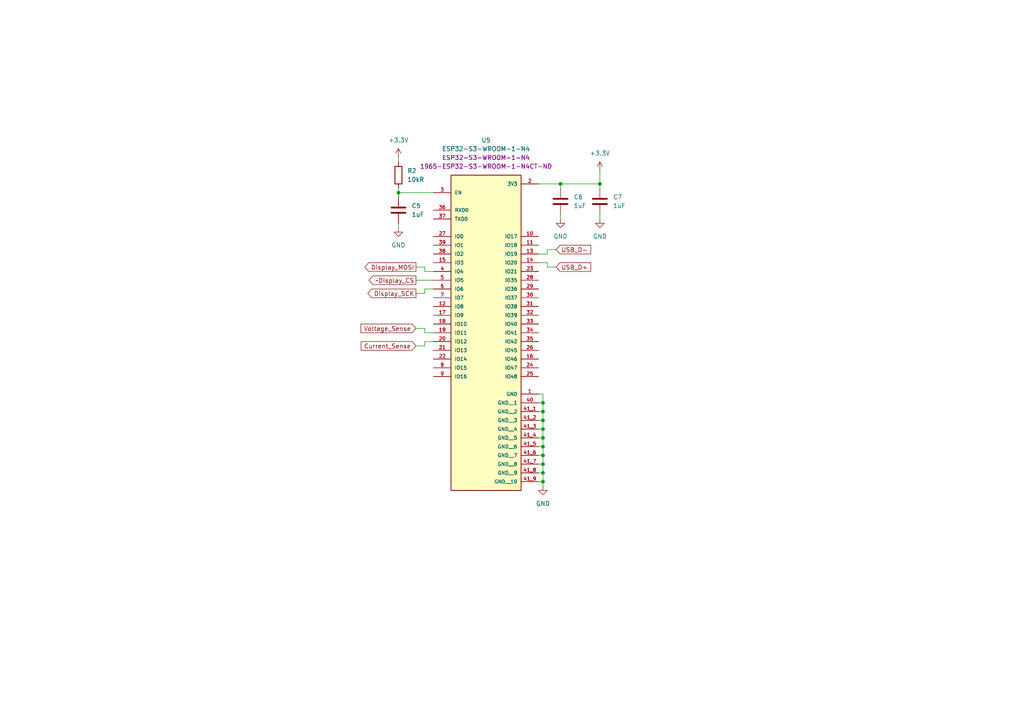
<source format=kicad_sch>
(kicad_sch (version 20230121) (generator eeschema)
  (paper "A4")
  (title_block (title "Adjustable Power Supply") (date "2024-01-11"))
  (lib_symbols
    (symbol "Adjustable_Power_Suppy:ESP32-S3-WROOM-1-N4" (pin_names (offset 1.016))
      (property "Reference" "U" (at -10.16 34.1122 0))
      (property "Value" "ESP32-S3-WROOM-1-N4" (at -10.16 -60.96 0))
      (property "MPN" "ESP32-S3-WROOM-1-N4" (at 0 0 0))
      (property "Digikey PN" "1965-ESP32-S3-WROOM-1-N4CT-ND" (at 0 0 0))
      (symbol "ESP32-S3-WROOM-1-N4_0_0"
        (rectangle (start -10.16 -58.42) (end 10.16 33.02) (stroke (width 0.254)) (fill (type background)))
        (pin power_in line (at 15.24 -30.48 180) (length 5.08) (name "GND") (number "1"))
        (pin bidirectional line (at 15.24 15.24 180) (length 5.08) (name "IO17") (number "10"))
        (pin bidirectional line (at 15.24 12.7 180) (length 5.08) (name "IO18") (number "11"))
        (pin bidirectional line (at -15.24 -5.08 0) (length 5.08) (name "IO8") (number "12"))
        (pin bidirectional line (at 15.24 10.16 180) (length 5.08) (name "IO19") (number "13"))
        (pin bidirectional line (at 15.24 7.62 180) (length 5.08) (name "IO20") (number "14"))
        (pin bidirectional line (at -15.24 7.62 0) (length 5.08) (name "IO3") (number "15"))
        (pin bidirectional line (at 15.24 -20.32 180) (length 5.08) (name "IO46") (number "16"))
        (pin bidirectional line (at -15.24 -7.62 0) (length 5.08) (name "IO9") (number "17"))
        (pin bidirectional line (at -15.24 -10.16 0) (length 5.08) (name "IO10") (number "18"))
        (pin bidirectional line (at -15.24 -12.7 0) (length 5.08) (name "IO11") (number "19"))
        (pin power_in line (at 15.24 30.48 180) (length 5.08) (name "3V3") (number "2"))
        (pin bidirectional line (at -15.24 -15.24 0) (length 5.08) (name "IO12") (number "20"))
        (pin bidirectional line (at -15.24 -17.78 0) (length 5.08) (name "IO13") (number "21"))
        (pin bidirectional line (at -15.24 -20.32 0) (length 5.08) (name "IO14") (number "22"))
        (pin bidirectional line (at 15.24 5.08 180) (length 5.08) (name "IO21") (number "23"))
        (pin bidirectional line (at 15.24 -22.86 180) (length 5.08) (name "IO47") (number "24"))
        (pin bidirectional line (at 15.24 -25.4 180) (length 5.08) (name "IO48") (number "25"))
        (pin bidirectional line (at 15.24 -17.78 180) (length 5.08) (name "IO45") (number "26"))
        (pin bidirectional line (at -15.24 15.24 0) (length 5.08) (name "IO0") (number "27"))
        (pin bidirectional line (at 15.24 2.54 180) (length 5.08) (name "IO35") (number "28"))
        (pin bidirectional line (at 15.24 0 180) (length 5.08) (name "IO36") (number "29"))
        (pin input line (at -15.24 27.94 0) (length 5.08) (name "EN") (number "3"))
        (pin bidirectional line (at 15.24 -2.54 180) (length 5.08) (name "IO37") (number "30"))
        (pin bidirectional line (at 15.24 -5.08 180) (length 5.08) (name "IO38") (number "31"))
        (pin bidirectional line (at 15.24 -7.62 180) (length 5.08) (name "IO39") (number "32"))
        (pin bidirectional line (at 15.24 -10.16 180) (length 5.08) (name "IO40") (number "33"))
        (pin bidirectional line (at 15.24 -12.7 180) (length 5.08) (name "IO41") (number "34"))
        (pin bidirectional line (at 15.24 -15.24 180) (length 5.08) (name "IO42") (number "35"))
        (pin bidirectional line (at -15.24 22.86 0) (length 5.08) (name "RXD0") (number "36"))
        (pin bidirectional line (at -15.24 20.32 0) (length 5.08) (name "TXD0") (number "37"))
        (pin bidirectional line (at -15.24 10.16 0) (length 5.08) (name "IO2") (number "38"))
        (pin bidirectional line (at -15.24 12.7 0) (length 5.08) (name "IO1") (number "39"))
        (pin bidirectional line (at -15.24 5.08 0) (length 5.08) (name "IO4") (number "4"))
        (pin power_in line (at 15.24 -33.02 180) (length 5.08) (name "GND__1") (number "40"))
        (pin power_in line (at 15.24 -35.56 180) (length 5.08) (name "GND__2") (number "41_1"))
        (pin power_in line (at 15.24 -38.1 180) (length 5.08) (name "GND__3") (number "41_2"))
        (pin power_in line (at 15.24 -40.64 180) (length 5.08) (name "GND__4") (number "41_3"))
        (pin power_in line (at 15.24 -43.18 180) (length 5.08) (name "GND__5") (number "41_4"))
        (pin power_in line (at 15.24 -45.72 180) (length 5.08) (name "GND__6") (number "41_5"))
        (pin power_in line (at 15.24 -48.26 180) (length 5.08) (name "GND__7") (number "41_6"))
        (pin power_in line (at 15.24 -50.8 180) (length 5.08) (name "GND__8") (number "41_7"))
        (pin power_in line (at 15.24 -53.34 180) (length 5.08) (name "GND__9") (number "41_8"))
        (pin power_in line (at 15.24 -55.88 180) (length 5.08) (name "GND__10") (number "41_9"))
        (pin bidirectional line (at -15.24 2.54 0) (length 5.08) (name "IO5") (number "5"))
        (pin bidirectional line (at -15.24 0 0) (length 5.08) (name "IO6") (number "6"))
        (pin bidirectional line (at -15.24 -2.54 0) (length 5.08) (name "IO7") (number "7"))
        (pin bidirectional line (at -15.24 -22.86 0) (length 5.08) (name "IO15") (number "8"))
        (pin bidirectional line (at -15.24 -25.4 0) (length 5.08) (name "IO16") (number "9"))
      )
    )
    (symbol "Device:C" (pin_numbers hide) (pin_names (offset 0.254))
      (property "Reference" "C" (at 0.635 2.54 0))
      (property "Value" "C" (at 0.635 -2.54 0))
      (symbol "C_0_1"
        (polyline (pts (xy -2.032 -0.762) (xy 2.032 -0.762)) (stroke (width 0.508)))
        (polyline (pts (xy -2.032 0.762) (xy 2.032 0.762)) (stroke (width 0.508)))
      )
      (symbol "C_1_1"
        (pin passive line (at 0 3.81 270) (length 2.794) (name "~") (number "1"))
        (pin passive line (at 0 -3.81 90) (length 2.794) (name "~") (number "2"))
      )
    )
    (symbol "Device:R" (pin_numbers hide) (pin_names (offset 0))
      (property "Reference" "R" (at 2.032 0 90))
      (property "Value" "R" (at 0 0 90))
      (symbol "R_0_1"
        (rectangle (start -1.016 -2.54) (end 1.016 2.54) (stroke (width 0.254)))
      )
      (symbol "R_1_1"
        (pin passive line (at 0 3.81 270) (length 1.27) (name "~") (number "1"))
        (pin passive line (at 0 -3.81 90) (length 1.27) (name "~") (number "2"))
      )
    )
    (symbol "power:+3.3V" (power) (pin_names (offset 0))
      (property "Value" "+3.3V" (at 0 3.556 0))
      (symbol "+3.3V_0_1"
        (polyline (pts (xy -0.762 1.27) (xy 0 2.54)))
        (polyline (pts (xy 0 0) (xy 0 2.54)))
        (polyline (pts (xy 0 2.54) (xy 0.762 1.27)))
      )
      (symbol "+3.3V_1_1"
        (pin power_in line (at 0 0 90) (length 0) hide (name "+3.3V") (number "1"))
      )
    )
    (symbol "power:GND" (power) (pin_names (offset 0))
      (property "Value" "GND" (at 0 -3.81 0))
      (symbol "GND_0_1"
        (polyline (pts (xy 0 0) (xy 0 -1.27) (xy 1.27 -1.27) (xy 0 -2.54) (xy -1.27 -1.27) (xy 0 -1.27)))
      )
      (symbol "GND_1_1"
        (pin power_in line (at 0 0 270) (length 0) hide (name "GND") (number "1"))
      )
    )
  )
  (junction (at 157.48 139.7))
  (junction (at 157.48 116.84))
  (junction (at 157.48 134.62))
  (junction (at 115.57 55.88))
  (junction (at 173.99 53.34))
  (junction (at 157.48 119.38))
  (junction (at 157.48 121.92))
  (junction (at 157.48 132.08))
  (junction (at 157.48 137.16))
  (junction (at 157.48 127))
  (junction (at 157.48 129.54))
  (junction (at 162.56 53.34))
  (junction (at 157.48 124.46))
  (wire (pts (xy 115.57 64.77) (xy 115.57 66.04)))
  (wire (pts (xy 156.21 134.62) (xy 157.48 134.62)))
  (wire (pts (xy 115.57 54.61) (xy 115.57 55.88)))
  (wire (pts (xy 157.48 114.3) (xy 157.48 116.84)))
  (wire (pts (xy 157.48 139.7) (xy 157.48 140.97)))
  (wire (pts (xy 156.21 132.08) (xy 157.48 132.08)))
  (wire (pts (xy 158.75 72.39) (xy 158.75 73.66)))
  (wire (pts (xy 156.21 121.92) (xy 157.48 121.92)))
  (wire (pts (xy 156.21 124.46) (xy 157.48 124.46)))
  (wire (pts (xy 162.56 53.34) (xy 173.99 53.34)))
  (wire (pts (xy 120.65 77.47) (xy 123.19 77.47)))
  (wire (pts (xy 158.75 72.39) (xy 161.29 72.39)))
  (wire (pts (xy 158.75 76.2) (xy 156.21 76.2)))
  (wire (pts (xy 120.65 85.09) (xy 123.19 85.09)))
  (wire (pts (xy 173.99 62.23) (xy 173.99 63.5)))
  (wire (pts (xy 123.19 83.82) (xy 125.73 83.82)))
  (wire (pts (xy 156.21 137.16) (xy 157.48 137.16)))
  (wire (pts (xy 156.21 114.3) (xy 157.48 114.3)))
  (wire (pts (xy 157.48 116.84) (xy 157.48 119.38)))
  (wire (pts (xy 156.21 127) (xy 157.48 127)))
  (wire (pts (xy 156.21 139.7) (xy 157.48 139.7)))
  (wire (pts (xy 173.99 53.34) (xy 173.99 54.61)))
  (wire (pts (xy 157.48 127) (xy 157.48 129.54)))
  (wire (pts (xy 162.56 62.23) (xy 162.56 63.5)))
  (wire (pts (xy 123.19 85.09) (xy 123.19 83.82)))
  (wire (pts (xy 125.73 99.06) (xy 123.19 99.06)))
  (wire (pts (xy 115.57 55.88) (xy 115.57 57.15)))
  (wire (pts (xy 115.57 45.72) (xy 115.57 46.99)))
  (wire (pts (xy 156.21 119.38) (xy 157.48 119.38)))
  (wire (pts (xy 157.48 137.16) (xy 157.48 139.7)))
  (wire (pts (xy 173.99 49.53) (xy 173.99 53.34)))
  (wire (pts (xy 157.48 124.46) (xy 157.48 127)))
  (wire (pts (xy 123.19 77.47) (xy 123.19 78.74)))
  (wire (pts (xy 162.56 53.34) (xy 162.56 54.61)))
  (wire (pts (xy 123.19 99.06) (xy 123.19 100.33)))
  (wire (pts (xy 120.65 81.28) (xy 125.73 81.28)))
  (wire (pts (xy 115.57 55.88) (xy 125.73 55.88)))
  (wire (pts (xy 120.65 95.25) (xy 123.19 95.25)))
  (wire (pts (xy 156.21 53.34) (xy 162.56 53.34)))
  (wire (pts (xy 157.48 129.54) (xy 157.48 132.08)))
  (wire (pts (xy 123.19 96.52) (xy 123.19 95.25)))
  (wire (pts (xy 157.48 121.92) (xy 157.48 124.46)))
  (wire (pts (xy 120.65 100.33) (xy 123.19 100.33)))
  (wire (pts (xy 158.75 77.47) (xy 158.75 76.2)))
  (wire (pts (xy 157.48 134.62) (xy 157.48 137.16)))
  (wire (pts (xy 156.21 129.54) (xy 157.48 129.54)))
  (wire (pts (xy 158.75 77.47) (xy 161.29 77.47)))
  (wire (pts (xy 123.19 78.74) (xy 125.73 78.74)))
  (wire (pts (xy 125.73 96.52) (xy 123.19 96.52)))
  (wire (pts (xy 157.48 119.38) (xy 157.48 121.92)))
  (wire (pts (xy 156.21 116.84) (xy 157.48 116.84)))
  (wire (pts (xy 157.48 132.08) (xy 157.48 134.62)))
  (wire (pts (xy 158.75 73.66) (xy 156.21 73.66)))
  (global_label "Display_MOSI" (shape output) (at 120.65 77.47 180) (property "Intersheetrefs" "${INTERSHEET_REFS}" (effects hide)))
  (global_label "~Display_CS" (shape output) (at 120.65 81.28 180) (property "Intersheetrefs" "${INTERSHEET_REFS}" (effects hide)))
  (global_label "USB_D+" (shape input) (at 161.29 77.47 0) (property "Intersheetrefs" "${INTERSHEET_REFS}" (effects hide)))
  (global_label "Voltage_Sense" (shape input) (at 120.65 95.25 180) (property "Intersheetrefs" "${INTERSHEET_REFS}" (effects hide)))
  (global_label "USB_D-" (shape input) (at 161.29 72.39 0) (property "Intersheetrefs" "${INTERSHEET_REFS}" (effects hide)))
  (global_label "Display_SCK" (shape output) (at 120.65 85.09 180) (property "Intersheetrefs" "${INTERSHEET_REFS}" (effects hide)))
  (global_label "Current_Sense" (shape input) (at 120.65 100.33 180) (property "Intersheetrefs" "${INTERSHEET_REFS}" (effects hide)))
  (symbol (lib_id "power:GND") (at 173.99 63.5 0) (unit 1)
    (property "Reference" "#PWR014" (effects hide))
    (property "Value" "GND" (at 173.99 68.58 0))
  )
  (symbol (lib_id "Device:R") (at 115.57 50.8 0) (unit 1)
    (property "Reference" "R2" (at 118.11 49.53 0) (effects (justify left)))
    (property "Value" "10kR" (at 118.11 52.07 0) (effects (justify left)))
  )
  (symbol (lib_id "power:GND") (at 157.48 140.97 0) (unit 1)
    (property "Reference" "#PWR09" (effects hide))
    (property "Value" "GND" (at 157.48 146.05 0))
  )
  (symbol (lib_id "power:GND") (at 115.57 66.04 0) (unit 1)
    (property "Reference" "#PWR012" (effects hide))
    (property "Value" "GND" (at 115.57 71.12 0))
  )
  (symbol (lib_id "Device:C") (at 115.57 60.96 0) (unit 1)
    (property "Reference" "C5" (at 119.38 59.69 0) (effects (justify left)))
    (property "Value" "1uF" (at 119.38 62.23 0) (effects (justify left)))
  )
  (symbol (lib_id "Adjustable_Power_Suppy:ESP32-S3-WROOM-1-N4") (at 140.97 83.82 0) (unit 1)
    (property "Reference" "U5" (at 140.97 40.64 0))
    (property "Value" "ESP32-S3-WROOM-1-N4" (at 140.97 43.18 0))
    (property "Footprint" "Adjustable_Power_Supply:ESP32-S3-WROOM-1-N4" (effects hide))
    (property "Datasheet" "https://www.espressif.com/sites/default/files/documentation/esp32-s3-wroom-1_wroom-1u_datasheet_en.pdf" (effects hide))
    (property "MPN" "ESP32-S3-WROOM-1-N4" (at 140.97 45.72 0))
    (property "Digikey PN" "1965-ESP32-S3-WROOM-1-N4CT-ND" (at 140.97 48.26 0))
  )
  (symbol (lib_id "Device:C") (at 162.56 58.42 0) (unit 1)
    (property "Reference" "C6" (at 166.37 57.15 0) (effects (justify left)))
    (property "Value" "1uF" (at 166.37 59.69 0) (effects (justify left)))
  )
  (symbol (lib_id "power:+3.3V") (at 115.57 45.72 0) (unit 1)
    (property "Reference" "#PWR011" (effects hide))
    (property "Value" "+3.3V" (at 115.57 40.64 0))
  )
  (symbol (lib_id "Device:C") (at 173.99 58.42 0) (unit 1)
    (property "Reference" "C7" (at 177.8 57.15 0) (effects (justify left)))
    (property "Value" "1uF" (at 177.8 59.69 0) (effects (justify left)))
  )
  (symbol (lib_id "power:GND") (at 162.56 63.5 0) (unit 1)
    (property "Reference" "#PWR013" (effects hide))
    (property "Value" "GND" (at 162.56 68.58 0))
  )
  (symbol (lib_id "power:+3.3V") (at 173.99 49.53 0) (unit 1)
    (property "Reference" "#PWR010" (effects hide))
    (property "Value" "+3.3V" (at 173.99 44.45 0))
  )
)
</source>
